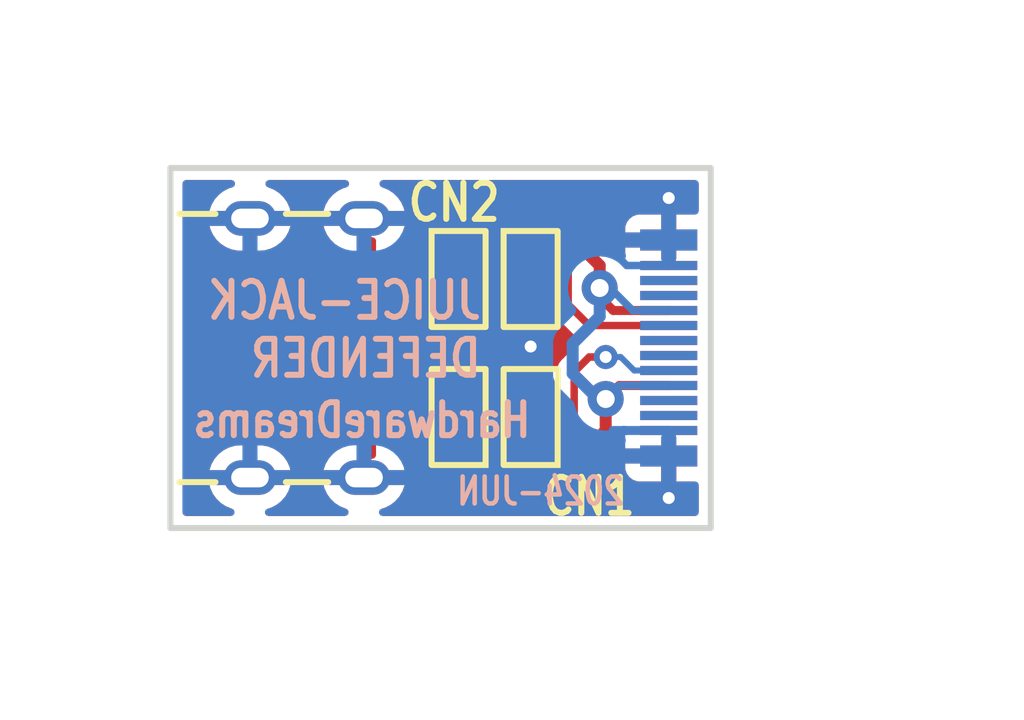
<source format=kicad_pcb>
(kicad_pcb (version 20221018) (generator pcbnew)
  (layers (0 "F.Cu" signal) (31 "B.Cu" signal) (34 "B.Paste" user) (35 "F.Paste" user) (36 "B.SilkS" user "B.Silkscreen") (37 "F.SilkS" user "F.Silkscreen") (38 "B.Mask" user) (39 "F.Mask" user) (44 "Edge.Cuts" user))
  (net 0 "")
  (net 8 "GND")
  (net 9 "VDD")
  (net 10 "/CC1")
  (net 11 "/CC2")
  (net 19 "/CC1-PLUG")
  (net 20 "/CC2-PLUG")
  (footprint "generic:generic-r1608-DNI" (layer "F.Cu") (at 117 89.8 90)
    (fp_text reference "R2" hide)
    (fp_text value "5.1k/1608/DNI" hide)
    (fp_rect (start -1.6 0.9) (end 1.6 -0.9) (stroke (width 0.2)) (fill none) (layer "F.SilkS"))
    (pad "1" smd rect (at -0.8 0 90) (size 0.8 0.8) (layers "F.Cu" "F.Mask") (net 20 "/CC2-PLUG"))
    (pad "2" smd rect (at 0.8 0 90) (size 0.8 0.8) (layers "F.Cu" "F.Mask") (net 8 "GND"))
  )
  (footprint "GlobTek:PLUG-USBC-241SMTV-4BS60" (layer "F.Cu") (at 122.9 87.5 90)
    (fp_text reference "CN1" (at -4.95 -3.95 unlocked) (layer "F.SilkS") (effects (font (size 1.2 1) (thickness 0.2) bold)))
    (fp_text value "PLUG-USBC-241SMTV-4BS60")
    (pad "A1" smd rect (at 2.75 -1.3 90) (size 0.3 1.9) (layers "F.Cu" "F.Paste" "F.Mask") (net 8 "GND"))
    (pad "A2" smd rect (at 2.25 -1.3 90) (size 0.3 1.9) (layers "F.Cu" "F.Paste" "F.Mask"))
    (pad "A3" smd rect (at 1.75 -1.3 90) (size 0.3 1.9) (layers "F.Cu" "F.Paste" "F.Mask"))
    (pad "A4" smd rect (at 1.25 -1.3 90) (size 0.3 1.9) (layers "F.Cu" "F.Paste" "F.Mask") (net 9 "VDD"))
    (pad "A5" smd rect (at 0.75 -1.3 90) (size 0.3 1.9) (layers "F.Cu" "F.Paste" "F.Mask") (net 19 "/CC1-PLUG"))
    (pad "A6" smd rect (at 0.25 -1.3 90) (size 0.3 1.9) (layers "F.Cu" "F.Paste" "F.Mask"))
    (pad "A7" smd rect (at -0.25 -1.3 90) (size 0.3 1.9) (layers "F.Cu" "F.Paste" "F.Mask"))
    (pad "A8" smd rect (at -0.75 -1.3 90) (size 0.3 1.9) (layers "F.Cu" "F.Paste" "F.Mask"))
    (pad "A9" smd rect (at -1.25 -1.3 90) (size 0.3 1.9) (layers "F.Cu" "F.Paste" "F.Mask") (net 9 "VDD"))
    (pad "A10" smd rect (at -1.75 -1.3 90) (size 0.3 1.9) (layers "F.Cu" "F.Paste" "F.Mask"))
    (pad "A11" smd rect (at -2.25 -1.3 90) (size 0.3 1.9) (layers "F.Cu" "F.Paste" "F.Mask"))
    (pad "A12" smd rect (at -2.75 -1.3 90) (size 0.3 1.9) (layers "F.Cu" "F.Paste" "F.Mask") (net 8 "GND"))
    (pad "B1" smd rect (at -2.75 -1.3 90) (size 0.3 1.9) (layers "B.Cu" "B.Paste" "B.Mask") (net 8 "GND"))
    (pad "B2" smd rect (at -2.25 -1.3 90) (size 0.3 1.9) (layers "B.Cu" "B.Paste" "B.Mask"))
    (pad "B3" smd rect (at -1.75 -1.3 90) (size 0.3 1.9) (layers "B.Cu" "B.Paste" "B.Mask"))
    (pad "B4" smd rect (at -1.25 -1.3 90) (size 0.3 1.9) (layers "B.Cu" "B.Paste" "B.Mask") (net 9 "VDD"))
    (pad "B5" smd rect (at -0.75 -1.3 90) (size 0.3 1.9) (layers "B.Cu" "B.Paste" "B.Mask") (net 20 "/CC2-PLUG"))
    (pad "B6" smd rect (at -0.25 -1.3 90) (size 0.3 1.9) (layers "B.Cu" "B.Paste" "B.Mask"))
    (pad "B7" smd rect (at 0.25 -1.3 90) (size 0.3 1.9) (layers "B.Cu" "B.Paste" "B.Mask"))
    (pad "B8" smd rect (at 0.75 -1.3 90) (size 0.3 1.9) (layers "B.Cu" "B.Paste" "B.Mask"))
    (pad "B9" smd rect (at 1.25 -1.3 90) (size 0.3 1.9) (layers "B.Cu" "B.Paste" "B.Mask") (net 9 "VDD"))
    (pad "B10" smd rect (at 1.75 -1.3 90) (size 0.3 1.9) (layers "B.Cu" "B.Paste" "B.Mask"))
    (pad "B11" smd rect (at 2.25 -1.3 90) (size 0.3 1.9) (layers "B.Cu" "B.Paste" "B.Mask"))
    (pad "B12" smd rect (at 2.75 -1.3 90) (size 0.3 1.9) (layers "B.Cu" "B.Paste" "B.Mask") (net 8 "GND"))
    (pad "SH1" smd rect (at -3.6 -1.3 90) (size 0.7 1.9) (layers "F.Cu" "F.Paste" "F.Mask") (net 8 "GND"))
    (pad "SH2" smd rect (at 3.6 -1.3 90) (size 0.7 1.9) (layers "F.Cu" "F.Paste" "F.Mask") (net 8 "GND"))
    (pad "SH3" smd rect (at -3.6 -1.3 90) (size 0.7 1.9) (layers "B.Cu" "B.Paste" "B.Mask") (net 8 "GND"))
    (pad "SH4" smd rect (at 3.6 -1.3 90) (size 0.7 1.9) (layers "B.Cu" "B.Paste" "B.Mask") (net 8 "GND"))
  )
  (footprint "generic:generic-r1608" (layer "F.Cu") (at 114.6 85.2 -90)
    (fp_text reference "R3" hide)
    (fp_text value "0/1608" hide)
    (fp_rect (start -1.6 0.9) (end 1.6 -0.9) (stroke (width 0.2)) (fill none) (layer "F.SilkS"))
    (pad "1" smd rect (at -0.8 0 270) (size 0.8 0.8) (layers "F.Cu" "F.Paste" "F.Mask") (net 19 "/CC1-PLUG"))
    (pad "2" smd rect (at 0.8 0 270) (size 0.8 0.8) (layers "F.Cu" "F.Paste" "F.Mask") (net 10 "/CC1"))
  )
  (footprint "Amphenol ICC (FCI):AMPHENOL_10164359-00011LF" (layer "F.Cu") (at 108.5 87.5 -90)
    (fp_text reference "CN2" (at -4.85 -5.95) (layer "F.SilkS") (effects (font (size 1.2 1) (thickness 0.2) bold)))
    (fp_text value "10164359-00011LF")
    (fp_line (start -4.47 -1.755) (end -4.47 -0.345) (stroke (width 0.2)) (layer "F.SilkS"))
    (fp_line (start -4.47 3.2) (end -4.47 2) (stroke (width 0.2)) (layer "F.SilkS"))
    (fp_line (start 4.47 -1.755) (end 4.47 -0.345) (stroke (width 0.2)) (layer "F.SilkS"))
    (fp_line (start 4.47 3.2) (end 4.47 2) (stroke (width 0.2)) (layer "F.SilkS"))
    (pad "A5" smd rect (at -0.5 -3.1 270) (size 0.7 1.4) (layers "F.Cu" "F.Paste" "F.Mask") (net 10 "/CC1"))
    (pad "A9" smd rect (at 1.52 -3.1 270) (size 0.76 1.4) (layers "F.Cu" "F.Paste" "F.Mask") (net 9 "VDD"))
    (pad "A12" smd rect (at 2.75 -3.1 270) (size 0.8 1.4) (layers "F.Cu" "F.Paste" "F.Mask") (net 8 "GND"))
    (pad "B5" smd rect (at 0.5 -3.1 270) (size 0.7 1.4) (layers "F.Cu" "F.Paste" "F.Mask") (net 11 "/CC2"))
    (pad "B9" smd rect (at -1.52 -3.1 270) (size 0.76 1.4) (layers "F.Cu" "F.Paste" "F.Mask") (net 9 "VDD"))
    (pad "B12" smd rect (at -2.75 -3.1 270) (size 0.8 1.4) (layers "F.Cu" "F.Paste" "F.Mask") (net 8 "GND"))
    (pad "SH1" thru_hole oval (at -4.32 -2.95 270) (size 1.15 1.75) (drill oval 0.65 1.25) (layers "*.Cu" "*.Mask") (net 8 "GND"))
    (pad "SH2" thru_hole oval (at 4.32 -2.95 270) (size 1.15 1.75) (drill oval 0.65 1.25) (layers "*.Cu" "*.Mask") (net 8 "GND"))
    (pad "SH3" thru_hole oval (at -4.32 0.85 270) (size 1.15 1.75) (drill oval 0.65 1.25) (layers "*.Cu" "*.Mask") (net 8 "GND"))
    (pad "SH4" thru_hole oval (at 4.32 0.85 270) (size 1.15 1.75) (drill oval 0.65 1.25) (layers "*.Cu" "*.Mask") (net 8 "GND"))
  )
  (footprint "generic:generic-r1608" (layer "F.Cu") (at 114.6 89.8 90)
    (fp_text reference "R4" hide)
    (fp_text value "0/1608" hide)
    (fp_rect (start -1.6 0.9) (end 1.6 -0.9) (stroke (width 0.2)) (fill none) (layer "F.SilkS"))
    (pad "1" smd rect (at -0.8 0 90) (size 0.8 0.8) (layers "F.Cu" "F.Paste" "F.Mask") (net 20 "/CC2-PLUG"))
    (pad "2" smd rect (at 0.8 0 90) (size 0.8 0.8) (layers "F.Cu" "F.Paste" "F.Mask") (net 11 "/CC2"))
  )
  (footprint "generic:generic-r1608-DNI" (layer "F.Cu") (at 117 85.2 -90)
    (fp_text reference "R1" hide)
    (fp_text value "5.1k/1608/DNI" hide)
    (fp_rect (start -1.6 0.9) (end 1.6 -0.9) (stroke (width 0.2)) (fill none) (layer "F.SilkS"))
    (pad "1" smd rect (at -0.8 0 270) (size 0.8 0.8) (layers "F.Cu" "F.Mask") (net 19 "/CC1-PLUG"))
    (pad "2" smd rect (at 0.8 0 270) (size 0.8 0.8) (layers "F.Cu" "F.Mask") (net 8 "GND"))
  )
  (gr_line (start 105 93.5) (end 105 81.5) (stroke (width 0.2)) (layer "Edge.Cuts"))
  (gr_line (start 123 93.5) (end 105 93.5) (stroke (width 0.2)) (layer "Edge.Cuts"))
  (gr_line (start 105 81.5) (end 123 81.5) (stroke (width 0.2)) (layer "Edge.Cuts"))
  (gr_line (start 123 81.5) (end 123 93.5) (stroke (width 0.2)) (layer "Edge.Cuts"))
  (gr_text "HardwareDreams" (at 117.1 90.55) (layer "B.SilkS") (effects (font (size 1.1 0.9) (thickness 0.2) bold) (justify left bottom mirror)))
  (gr_text "2024-JUN" (at 120.2 92.8) (layer "B.SilkS") (effects (font (size 0.9 0.7) (thickness 0.15) bold) (justify left bottom mirror)))
  (gr_text "JUICE-JACK\nDEFENDER" (at 115.45 88.55) (layer "B.SilkS") (effects (font (size 1.2 1) (thickness 0.2) bold) (justify left bottom mirror)))
  (segment (start 121.6 91.1) (end 121.6 90.25) (width 0.3) (layer "F.Cu") (net 8))
  (segment (start 121.6 91.1) (end 121.6 92.25) (width 0.5) (layer "F.Cu") (net 8))
  (segment (start 111.6 84.75) (end 112 84.75) (width 0.5) (layer "F.Cu") (net 8))
  (segment (start 111.45 84.6) (end 111.6 84.75) (width 0.5) (layer "F.Cu") (net 8))
  (segment (start 121.6 83.9) (end 121.6 82.5) (width 0.3) (layer "F.Cu") (net 8))
  (segment (start 121.6 84.75) (end 121.6 83.9) (width 0.3) (layer "F.Cu") (net 8))
  (segment (start 121.6 91.1) (end 121.6 92.5) (width 0.3) (layer "F.Cu") (net 8))
  (segment (start 111.6 90.25) (end 111.45 90.4) (width 0.5) (layer "F.Cu") (net 8))
  (via (at 121.6 82.5) (size 0.8) (drill 0.4) (layers "F.Cu" "B.Cu") (net 8))
  (via (at 121.6 92.5) (size 0.8) (drill 0.4) (layers "F.Cu" "B.Cu") (net 8))
  (via (at 117 87.45) (size 0.8) (drill 0.4) (layers "F.Cu" "B.Cu") (net 8))
  (segment (start 121.6 90.25) (end 119.75 90.25) (width 0.3) (layer "B.Cu") (net 8))
  (segment (start 121.6 91.1) (end 121.6 92.25) (width 0.25) (layer "B.Cu") (net 8))
  (segment (start 121.6 84.75) (end 120.2 84.75) (width 0.25) (layer "B.Cu") (net 8))
  (segment (start 121.6 84.75) (end 121.6 83.9) (width 0.25) (layer "B.Cu") (net 8))
  (segment (start 121.6 91.1) (end 121.6 90.65) (width 0.3) (layer "B.Cu") (net 8))
  (segment (start 120.2 84.75) (end 119.8 84.35) (width 0.25) (layer "B.Cu") (net 8))
  (segment (start 121.6 90.65) (end 121.6 90.25) (width 0.3) (layer "B.Cu") (net 8))
  (segment (start 112.62 89.02) (end 111.6 89.02) (width 0.4) (layer "F.Cu") (net 9))
  (segment (start 119.3 85.8) (end 119.75 86.25) (width 0.3) (layer "F.Cu") (net 9))
  (segment (start 113.95 83.3) (end 113.25 84) (width 0.4) (layer "F.Cu") (net 9))
  (segment (start 119.3 85.5) (end 119.3 84.75) (width 0.4) (layer "F.Cu") (net 9))
  (segment (start 113.2 89.6) (end 112.62 89.02) (width 0.4) (layer "F.Cu") (net 9))
  (segment (start 121.6 88.75) (end 119.95 88.75) (width 0.3) (layer "F.Cu") (net 9))
  (segment (start 113.2 91) (end 113.2 89.6) (width 0.4) (layer "F.Cu") (net 9))
  (segment (start 119.5 90.25) (end 118.2 91.55) (width 0.4) (layer "F.Cu") (net 9))
  (segment (start 119.3 84.75) (end 117.85 83.3) (width 0.4) (layer "F.Cu") (net 9))
  (segment (start 113.25 85.35) (end 112.62 85.98) (width 0.4) (layer "F.Cu") (net 9))
  (segment (start 111.69 85.98) (end 111.765 85.98) (width 0.5) (layer "F.Cu") (net 9))
  (segment (start 113.75 91.55) (end 113.2 91) (width 0.4) (layer "F.Cu") (net 9))
  (segment (start 118.2 91.55) (end 113.75 91.55) (width 0.4) (layer "F.Cu") (net 9))
  (segment (start 117.85 83.3) (end 113.95 83.3) (width 0.4) (layer "F.Cu") (net 9))
  (segment (start 113.25 84) (end 113.25 85.35) (width 0.4) (layer "F.Cu") (net 9))
  (segment (start 112.62 85.98) (end 111.6 85.98) (width 0.4) (layer "F.Cu") (net 9))
  (segment (start 111.72 85.95) (end 111.69 85.98) (width 0.5) (layer "F.Cu") (net 9))
  (segment (start 119.3 85.5) (end 119.3 85.8) (width 0.3) (layer "F.Cu") (net 9))
  (segment (start 119.75 86.25) (end 121.6 86.25) (width 0.3) (layer "F.Cu") (net 9))
  (segment (start 119.95 88.75) (end 119.5 89.2) (width 0.3) (layer "F.Cu") (net 9))
  (segment (start 119.5 89.2) (end 119.5 90.25) (width 0.4) (layer "F.Cu") (net 9))
  (via (at 119.3 85.5) (size 1.2) (drill 0.6) (layers "F.Cu" "B.Cu") (net 9))
  (via (at 119.5 89.2) (size 1.2) (drill 0.6) (layers "F.Cu" "B.Cu") (net 9))
  (segment (start 119.25 89.2) (end 118.4 88.35) (width 0.4) (layer "B.Cu") (net 9))
  (segment (start 120.4 86.25) (end 119.65 85.5) (width 0.25) (layer "B.Cu") (net 9))
  (segment (start 119.95 88.75) (end 119.5 89.2) (width 0.25) (layer "B.Cu") (net 9))
  (segment (start 119.3 86.45) (end 119.3 85.5) (width 0.4) (layer "B.Cu") (net 9))
  (segment (start 119.5 89.2) (end 119.25 89.2) (width 0.4) (layer "B.Cu") (net 9))
  (segment (start 118.4 87.35) (end 119.3 86.45) (width 0.4) (layer "B.Cu") (net 9))
  (segment (start 118.4 88.35) (end 118.4 87.35) (width 0.4) (layer "B.Cu") (net 9))
  (segment (start 119.65 85.5) (end 119.3 85.5) (width 0.25) (layer "B.Cu") (net 9))
  (segment (start 121.6 88.75) (end 119.95 88.75) (width 0.25) (layer "B.Cu") (net 9))
  (segment (start 121.6 86.25) (end 120.4 86.25) (width 0.25) (layer "B.Cu") (net 9))
  (segment (start 111.6 87) (end 112.6 87) (width 0.25) (layer "F.Cu") (net 10))
  (segment (start 113.6 86) (end 114.6 86) (width 0.25) (layer "F.Cu") (net 10))
  (segment (start 112.6 87) (end 113.6 86) (width 0.25) (layer "F.Cu") (net 10))
  (segment (start 113.75 89) (end 114.6 89) (width 0.25) (layer "F.Cu") (net 11))
  (segment (start 112.75 88) (end 113.75 89) (width 0.25) (layer "F.Cu") (net 11))
  (segment (start 111.6 88) (end 112.75 88) (width 0.25) (layer "F.Cu") (net 11))
  (segment (start 118.25 84.85) (end 117.8 84.4) (width 0.25) (layer "F.Cu") (net 19))
  (segment (start 118.95 86.75) (end 118.25 86.05) (width 0.25) (layer "F.Cu") (net 19))
  (segment (start 121.6 86.75) (end 118.95 86.75) (width 0.25) (layer "F.Cu") (net 19))
  (segment (start 117.8 84.4) (end 117 84.4) (width 0.25) (layer "F.Cu") (net 19))
  (segment (start 114.6 84.4) (end 117 84.4) (width 0.25) (layer "F.Cu") (net 19))
  (segment (start 118.25 86.05) (end 118.25 84.85) (width 0.25) (layer "F.Cu") (net 19))
  (segment (start 119.5 87.8) (end 118.95 87.8) (width 0.25) (layer "F.Cu") (net 20))
  (segment (start 118.1 90.6) (end 117 90.6) (width 0.25) (layer "F.Cu") (net 20))
  (segment (start 118.45 90.25) (end 118.1 90.6) (width 0.25) (layer "F.Cu") (net 20))
  (segment (start 117 90.6) (end 114.6 90.6) (width 0.25) (layer "F.Cu") (net 20))
  (segment (start 118.95 87.8) (end 118.45 88.3) (width 0.25) (layer "F.Cu") (net 20))
  (segment (start 118.45 88.3) (end 118.45 90.25) (width 0.25) (layer "F.Cu") (net 20))
  (via (at 119.5 87.8) (size 0.8) (drill 0.4) (layers "F.Cu" "B.Cu") (net 20))
  (segment (start 119.65 87.65) (end 119.5 87.8) (width 0.2) (layer "B.Cu") (net 20))
  (segment (start 120 87.8) (end 120.45 88.25) (width 0.2) (layer "B.Cu") (net 20))
  (segment (start 120.45 88.25) (end 121.6 88.25) (width 0.2) (layer "B.Cu") (net 20))
  (segment (start 119.5 87.8) (end 120 87.8) (width 0.2) (layer "B.Cu") (net 20))
  (zone (net 0) (net_name "") (layer "F.Cu") (connect_pads (clearance 0)) (min_thickness 0.25)
    (keepout (tracks not_allowed) (vias not_allowed) (pads not_allowed) (copperpour not_allowed) (footprints allowed))
    (fill (thermal_gap 0.5) (thermal_bridge_width 0.5))
    (polygon (pts (xy 116.45 89.25) (xy 116.45 90.1) (xy 115.15 90.1) (xy 115.15 89.25)))
  )
  (zone (net 0) (net_name "") (layer "F.Cu") (connect_pads (clearance 0)) (min_thickness 0.25)
    (keepout (tracks not_allowed) (vias not_allowed) (pads not_allowed) (copperpour not_allowed) (footprints allowed))
    (fill (thermal_gap 0.5) (thermal_bridge_width 0.5))
    (polygon (pts (xy 116.35 84.9) (xy 116.35 85.75) (xy 115.05 85.75) (xy 115.05 84.9)))
  )
  (zone (net 0) (net_name "") (layer "F.Cu") (connect_pads (clearance 0)) (min_thickness 0.25)
    (keepout (tracks not_allowed) (vias not_allowed) (pads not_allowed) (copperpour not_allowed) (footprints allowed))
    (fill (thermal_gap 0.5) (thermal_bridge_width 0.5))
    (polygon (pts (xy 115.45 89.05) (xy 115.45 86.2) (xy 115.15 86.2) (xy 115.15 89.05)))
  )
  (zone (net 8) (net_name "GND") (layers "F&B.Cu") (connect_pads (clearance 0.45)) (min_thickness 0.25) (fill yes (thermal_gap 0.5) (thermal_bridge_width 0.5))
    (polygon (pts (xy 105 81.5) (xy 123 81.5) (xy 123 93.5) (xy 105 93.5)))
  )
)
</source>
